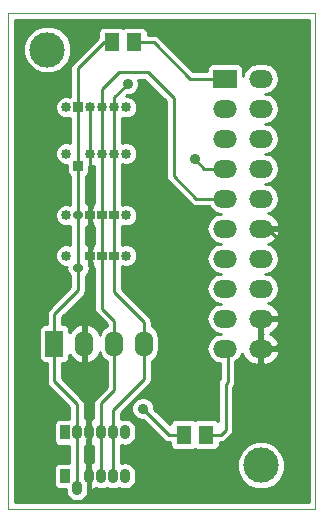
<source format=gtl>
G04 (created by PCBNEW (2013-07-07 BZR 4022)-stable) date 03/02/2014 00:35:57*
%MOIN*%
G04 Gerber Fmt 3.4, Leading zero omitted, Abs format*
%FSLAX34Y34*%
G01*
G70*
G90*
G04 APERTURE LIST*
%ADD10C,0.00590551*%
%ADD11C,0.00393701*%
%ADD12R,0.0334646X0.03*%
%ADD13O,0.0354X0.03*%
%ADD14C,0.0334646*%
%ADD15R,0.0787X0.06*%
%ADD16O,0.0787X0.06*%
%ADD17R,0.0512X0.059*%
%ADD18R,0.06X0.0866*%
%ADD19O,0.06X0.0866*%
%ADD20R,0.0334646X0.0334646*%
%ADD21R,0.0346457X0.0472441*%
%ADD22O,0.0346457X0.0472441*%
%ADD23C,0.1181*%
%ADD24C,0.035*%
%ADD25C,0.01*%
G04 APERTURE END LIST*
G54D10*
G54D11*
X10236Y-16535D02*
X10236Y-13779D01*
X0Y-16535D02*
X10236Y-16535D01*
X0Y-13779D02*
X0Y-16535D01*
X0Y0D02*
X10236Y0D01*
X0Y-13779D02*
X0Y0D01*
X10236Y0D02*
X10236Y-13779D01*
G54D12*
X2728Y-6742D03*
X3128Y-6742D03*
G54D13*
X2328Y-6742D03*
G54D12*
X3528Y-6742D03*
G54D14*
X1928Y-6742D03*
X3928Y-6742D03*
G54D15*
X7219Y-2187D03*
G54D16*
X8413Y-2187D03*
X7219Y-3187D03*
X8413Y-3187D03*
X7219Y-4187D03*
X8413Y-4187D03*
X7219Y-5187D03*
X8413Y-5187D03*
X7219Y-6187D03*
X8413Y-6187D03*
X7219Y-7187D03*
X8413Y-7187D03*
X7219Y-8187D03*
X8413Y-8187D03*
X7219Y-9187D03*
X8413Y-9187D03*
X7219Y-10187D03*
X8413Y-10187D03*
X7219Y-11187D03*
X8413Y-11187D03*
G54D17*
X6595Y-14055D03*
X5845Y-14055D03*
G54D18*
X1531Y-11023D03*
G54D19*
X2531Y-11023D03*
X3531Y-11023D03*
X4531Y-11023D03*
G54D14*
X2728Y-4692D03*
X3128Y-4692D03*
G54D20*
X2328Y-5092D03*
G54D14*
X3528Y-4692D03*
X1928Y-4692D03*
X3928Y-4692D03*
X2728Y-3142D03*
X3128Y-3142D03*
G54D20*
X2328Y-3142D03*
G54D14*
X3528Y-3142D03*
X1928Y-3142D03*
X3928Y-3142D03*
G54D21*
X1889Y-15433D03*
G54D22*
X2289Y-15833D03*
X2689Y-15433D03*
X3089Y-15433D03*
X3489Y-15433D03*
X3889Y-15433D03*
G54D21*
X1889Y-13976D03*
G54D22*
X2289Y-13976D03*
X2689Y-13976D03*
X3089Y-13976D03*
X3489Y-13976D03*
X3889Y-13976D03*
G54D12*
X2728Y-8092D03*
X3128Y-8092D03*
G54D13*
X2328Y-8492D03*
G54D12*
X3528Y-8092D03*
G54D14*
X1928Y-8092D03*
X3928Y-8092D03*
G54D23*
X8425Y-15078D03*
X1299Y-1220D03*
G54D17*
X4193Y-984D03*
X3443Y-984D03*
G54D24*
X3976Y-2362D03*
X6220Y-4881D03*
X4488Y-13188D03*
G54D25*
X7316Y-11187D02*
X7316Y-12290D01*
X7086Y-14055D02*
X6595Y-14055D01*
X7244Y-13897D02*
X7086Y-14055D01*
X7244Y-12362D02*
X7244Y-13897D01*
X7316Y-12290D02*
X7244Y-12362D01*
X3128Y-3142D02*
X3128Y-2540D01*
X6266Y-6187D02*
X7316Y-6187D01*
X5511Y-5433D02*
X6266Y-6187D01*
X5511Y-2834D02*
X5511Y-5433D01*
X4645Y-1968D02*
X5511Y-2834D01*
X3700Y-1968D02*
X4645Y-1968D01*
X3128Y-2540D02*
X3700Y-1968D01*
X3089Y-13976D02*
X3089Y-15433D01*
X3531Y-11023D02*
X3531Y-12570D01*
X3089Y-13012D02*
X3089Y-13976D01*
X3531Y-12570D02*
X3089Y-13012D01*
X3128Y-8092D02*
X3128Y-9861D01*
X3531Y-10263D02*
X3531Y-11023D01*
X3128Y-9861D02*
X3531Y-10263D01*
X3128Y-6742D02*
X3128Y-8092D01*
X3128Y-4692D02*
X3128Y-6742D01*
X3128Y-3142D02*
X3128Y-4692D01*
X7316Y-5187D02*
X6526Y-5187D01*
X3528Y-2809D02*
X3528Y-3142D01*
X3976Y-2362D02*
X3528Y-2809D01*
X6526Y-5187D02*
X6220Y-4881D01*
X3528Y-4692D02*
X3528Y-3142D01*
X3528Y-6742D02*
X3528Y-4692D01*
X3528Y-8092D02*
X3528Y-6742D01*
X4531Y-11023D02*
X4531Y-10318D01*
X3528Y-9316D02*
X3528Y-8092D01*
X4531Y-10318D02*
X3528Y-9316D01*
X3489Y-13976D02*
X3489Y-13242D01*
X4531Y-12200D02*
X4531Y-11023D01*
X3489Y-13242D02*
X4531Y-12200D01*
X3489Y-15433D02*
X3489Y-13976D01*
X7316Y-2187D02*
X6046Y-2187D01*
X4842Y-984D02*
X4193Y-984D01*
X6046Y-2187D02*
X4842Y-984D01*
X9330Y-9842D02*
X9330Y-10708D01*
X8851Y-11187D02*
X8316Y-11187D01*
X9330Y-10708D02*
X8851Y-11187D01*
X8316Y-7187D02*
X8644Y-7187D01*
X8644Y-7187D02*
X9330Y-7874D01*
X9330Y-7874D02*
X9330Y-9842D01*
X8985Y-10187D02*
X8316Y-10187D01*
X9330Y-9842D02*
X8985Y-10187D01*
X2728Y-4692D02*
X2728Y-3142D01*
X2728Y-6742D02*
X2728Y-4692D01*
X2728Y-8092D02*
X2728Y-6742D01*
X2531Y-11023D02*
X2531Y-9673D01*
X2728Y-9475D02*
X2728Y-8092D01*
X2531Y-9673D02*
X2728Y-9475D01*
X2689Y-13976D02*
X2689Y-11862D01*
X2531Y-11704D02*
X2531Y-11023D01*
X2689Y-11862D02*
X2531Y-11704D01*
X2689Y-15433D02*
X2689Y-13976D01*
X3443Y-984D02*
X3188Y-984D01*
X2328Y-1844D02*
X2328Y-3142D01*
X3188Y-984D02*
X2328Y-1844D01*
X5845Y-14055D02*
X5354Y-14055D01*
X5354Y-14055D02*
X4488Y-13188D01*
X2289Y-13976D02*
X2289Y-15833D01*
X1531Y-11023D02*
X1531Y-12279D01*
X2289Y-13037D02*
X2289Y-13976D01*
X1531Y-12279D02*
X2289Y-13037D01*
X2328Y-8492D02*
X2328Y-9246D01*
X1531Y-10043D02*
X1531Y-11023D01*
X2328Y-9246D02*
X1531Y-10043D01*
X2328Y-6742D02*
X2328Y-8492D01*
X2328Y-5092D02*
X2328Y-6742D01*
X2328Y-3142D02*
X2328Y-5092D01*
G54D10*
G36*
X2753Y-3085D02*
X2753Y-3199D01*
X2734Y-3218D01*
X2728Y-3213D01*
X2723Y-3218D01*
X2703Y-3199D01*
X2703Y-3085D01*
X2723Y-3066D01*
X2728Y-3071D01*
X2734Y-3066D01*
X2753Y-3085D01*
X2753Y-3085D01*
G37*
G54D25*
X2753Y-3085D02*
X2753Y-3199D01*
X2734Y-3218D01*
X2728Y-3213D01*
X2723Y-3218D01*
X2703Y-3199D01*
X2703Y-3085D01*
X2723Y-3066D01*
X2728Y-3071D01*
X2734Y-3066D01*
X2753Y-3085D01*
G54D10*
G36*
X2753Y-4635D02*
X2753Y-4749D01*
X2734Y-4768D01*
X2728Y-4763D01*
X2723Y-4768D01*
X2652Y-4698D01*
X2658Y-4692D01*
X2652Y-4686D01*
X2723Y-4616D01*
X2728Y-4621D01*
X2734Y-4616D01*
X2753Y-4635D01*
X2753Y-4635D01*
G37*
G54D25*
X2753Y-4635D02*
X2753Y-4749D01*
X2734Y-4768D01*
X2728Y-4763D01*
X2723Y-4768D01*
X2652Y-4698D01*
X2658Y-4692D01*
X2652Y-4686D01*
X2723Y-4616D01*
X2728Y-4621D01*
X2734Y-4616D01*
X2753Y-4635D01*
G54D10*
G36*
X10009Y-16308D02*
X9223Y-16308D01*
X9223Y-14920D01*
X9102Y-14627D01*
X9039Y-14564D01*
X9039Y-11322D01*
X9039Y-11052D01*
X9033Y-11016D01*
X8927Y-10828D01*
X8757Y-10694D01*
X8734Y-10687D01*
X8757Y-10681D01*
X8927Y-10547D01*
X9033Y-10358D01*
X9039Y-10322D01*
X9039Y-10052D01*
X9033Y-10016D01*
X8927Y-9828D01*
X8757Y-9694D01*
X8660Y-9666D01*
X8712Y-9656D01*
X8877Y-9546D01*
X8987Y-9381D01*
X9025Y-9187D01*
X8987Y-8993D01*
X8877Y-8828D01*
X8712Y-8718D01*
X8556Y-8687D01*
X8712Y-8656D01*
X8877Y-8546D01*
X8987Y-8381D01*
X9025Y-8187D01*
X8987Y-7993D01*
X8877Y-7828D01*
X8712Y-7718D01*
X8660Y-7708D01*
X8757Y-7681D01*
X8927Y-7547D01*
X9033Y-7358D01*
X9039Y-7322D01*
X8991Y-7237D01*
X8463Y-7237D01*
X8463Y-7245D01*
X8363Y-7245D01*
X8363Y-7237D01*
X8355Y-7237D01*
X8355Y-7137D01*
X8363Y-7137D01*
X8363Y-7129D01*
X8463Y-7129D01*
X8463Y-7137D01*
X8991Y-7137D01*
X9039Y-7052D01*
X9033Y-7016D01*
X8927Y-6828D01*
X8757Y-6694D01*
X8660Y-6666D01*
X8712Y-6656D01*
X8877Y-6546D01*
X8987Y-6381D01*
X9025Y-6187D01*
X8987Y-5993D01*
X8877Y-5828D01*
X8712Y-5718D01*
X8556Y-5687D01*
X8712Y-5656D01*
X8877Y-5546D01*
X8987Y-5381D01*
X9025Y-5187D01*
X8987Y-4993D01*
X8877Y-4828D01*
X8712Y-4718D01*
X8556Y-4687D01*
X8712Y-4656D01*
X8877Y-4546D01*
X8987Y-4381D01*
X9025Y-4187D01*
X8987Y-3993D01*
X8877Y-3828D01*
X8712Y-3718D01*
X8556Y-3687D01*
X8712Y-3656D01*
X8877Y-3546D01*
X8987Y-3381D01*
X9025Y-3187D01*
X8987Y-2993D01*
X8877Y-2828D01*
X8712Y-2718D01*
X8556Y-2687D01*
X8712Y-2656D01*
X8877Y-2546D01*
X8987Y-2381D01*
X9025Y-2187D01*
X8987Y-1993D01*
X8877Y-1828D01*
X8712Y-1718D01*
X8518Y-1680D01*
X8307Y-1680D01*
X8113Y-1718D01*
X7949Y-1828D01*
X7839Y-1993D01*
X7820Y-2088D01*
X7820Y-1846D01*
X7788Y-1770D01*
X7730Y-1712D01*
X7654Y-1680D01*
X7571Y-1680D01*
X6784Y-1680D01*
X6708Y-1711D01*
X6649Y-1770D01*
X6618Y-1846D01*
X6618Y-1928D01*
X6618Y-1930D01*
X6152Y-1930D01*
X5024Y-802D01*
X4941Y-746D01*
X4842Y-726D01*
X4657Y-726D01*
X4657Y-648D01*
X4625Y-571D01*
X4567Y-513D01*
X4491Y-481D01*
X4408Y-481D01*
X3896Y-481D01*
X3820Y-513D01*
X3818Y-514D01*
X3817Y-513D01*
X3741Y-481D01*
X3658Y-481D01*
X3146Y-481D01*
X3070Y-513D01*
X3012Y-571D01*
X2980Y-647D01*
X2980Y-730D01*
X2980Y-828D01*
X2146Y-1662D01*
X2097Y-1736D01*
X2097Y-1062D01*
X1976Y-769D01*
X1751Y-544D01*
X1458Y-422D01*
X1141Y-422D01*
X847Y-543D01*
X623Y-767D01*
X501Y-1061D01*
X501Y-1378D01*
X622Y-1671D01*
X846Y-1896D01*
X1139Y-2018D01*
X1457Y-2018D01*
X1750Y-1897D01*
X1975Y-1673D01*
X2097Y-1379D01*
X2097Y-1062D01*
X2097Y-1736D01*
X2090Y-1745D01*
X2071Y-1844D01*
X2071Y-2787D01*
X2061Y-2791D01*
X2003Y-2767D01*
X1854Y-2767D01*
X1716Y-2824D01*
X1611Y-2929D01*
X1554Y-3067D01*
X1553Y-3216D01*
X1610Y-3354D01*
X1716Y-3460D01*
X1853Y-3517D01*
X2002Y-3517D01*
X2061Y-3493D01*
X2071Y-3497D01*
X2071Y-4345D01*
X2003Y-4317D01*
X1854Y-4317D01*
X1716Y-4374D01*
X1611Y-4479D01*
X1554Y-4617D01*
X1553Y-4766D01*
X1610Y-4904D01*
X1716Y-5010D01*
X1853Y-5067D01*
X1953Y-5067D01*
X1953Y-5300D01*
X1985Y-5377D01*
X2043Y-5435D01*
X2071Y-5447D01*
X2071Y-6395D01*
X2003Y-6367D01*
X1854Y-6367D01*
X1716Y-6424D01*
X1611Y-6529D01*
X1554Y-6667D01*
X1553Y-6816D01*
X1610Y-6954D01*
X1716Y-7060D01*
X1853Y-7117D01*
X2002Y-7117D01*
X2071Y-7089D01*
X2071Y-7745D01*
X2003Y-7717D01*
X1854Y-7717D01*
X1716Y-7774D01*
X1611Y-7879D01*
X1554Y-8017D01*
X1553Y-8166D01*
X1610Y-8304D01*
X1716Y-8410D01*
X1853Y-8467D01*
X1941Y-8467D01*
X1936Y-8492D01*
X1963Y-8629D01*
X2041Y-8745D01*
X2071Y-8765D01*
X2071Y-9139D01*
X1349Y-9861D01*
X1293Y-9944D01*
X1274Y-10043D01*
X1274Y-10383D01*
X1190Y-10383D01*
X1114Y-10414D01*
X1055Y-10472D01*
X1024Y-10549D01*
X1023Y-10631D01*
X1023Y-11497D01*
X1055Y-11573D01*
X1113Y-11632D01*
X1190Y-11664D01*
X1272Y-11664D01*
X1274Y-11664D01*
X1274Y-12279D01*
X1293Y-12378D01*
X1349Y-12461D01*
X2032Y-13144D01*
X2032Y-13532D01*
X2021Y-13532D01*
X1675Y-13532D01*
X1599Y-13564D01*
X1540Y-13622D01*
X1509Y-13698D01*
X1509Y-13781D01*
X1509Y-14253D01*
X1540Y-14329D01*
X1598Y-14388D01*
X1675Y-14420D01*
X1757Y-14420D01*
X2032Y-14420D01*
X2032Y-14989D01*
X2021Y-14989D01*
X1675Y-14989D01*
X1599Y-15020D01*
X1540Y-15079D01*
X1509Y-15155D01*
X1509Y-15237D01*
X1509Y-15710D01*
X1540Y-15786D01*
X1598Y-15845D01*
X1675Y-15876D01*
X1757Y-15876D01*
X1909Y-15876D01*
X1909Y-15904D01*
X1938Y-16050D01*
X2020Y-16173D01*
X2144Y-16256D01*
X2289Y-16285D01*
X2435Y-16256D01*
X2558Y-16173D01*
X2641Y-16050D01*
X2670Y-15904D01*
X2670Y-15761D01*
X2641Y-15615D01*
X2639Y-15613D01*
X2639Y-15483D01*
X2631Y-15483D01*
X2631Y-15383D01*
X2639Y-15383D01*
X2639Y-15012D01*
X2574Y-14962D01*
X2547Y-14976D01*
X2547Y-14433D01*
X2574Y-14446D01*
X2639Y-14396D01*
X2639Y-14196D01*
X2641Y-14193D01*
X2670Y-14048D01*
X2670Y-13904D01*
X2641Y-13759D01*
X2639Y-13756D01*
X2639Y-13556D01*
X2574Y-13506D01*
X2547Y-13519D01*
X2547Y-13037D01*
X2527Y-12939D01*
X2471Y-12855D01*
X1788Y-12172D01*
X1788Y-11664D01*
X1872Y-11664D01*
X1948Y-11632D01*
X2007Y-11574D01*
X2038Y-11498D01*
X2039Y-11415D01*
X2039Y-11401D01*
X2042Y-11413D01*
X2177Y-11580D01*
X2367Y-11683D01*
X2396Y-11689D01*
X2481Y-11641D01*
X2481Y-11073D01*
X2473Y-11073D01*
X2473Y-10973D01*
X2481Y-10973D01*
X2481Y-10405D01*
X2396Y-10357D01*
X2367Y-10363D01*
X2177Y-10466D01*
X2042Y-10633D01*
X2039Y-10645D01*
X2039Y-10549D01*
X2007Y-10473D01*
X1949Y-10414D01*
X1872Y-10383D01*
X1790Y-10383D01*
X1788Y-10383D01*
X1788Y-10149D01*
X2510Y-9428D01*
X2566Y-9344D01*
X2586Y-9246D01*
X2586Y-8765D01*
X2616Y-8745D01*
X2693Y-8629D01*
X2720Y-8492D01*
X2693Y-8355D01*
X2678Y-8333D01*
X2678Y-8142D01*
X2670Y-8142D01*
X2670Y-8042D01*
X2678Y-8042D01*
X2678Y-7755D01*
X2616Y-7692D01*
X2586Y-7692D01*
X2586Y-7142D01*
X2616Y-7142D01*
X2678Y-7080D01*
X2678Y-6901D01*
X2693Y-6879D01*
X2720Y-6742D01*
X2693Y-6605D01*
X2678Y-6583D01*
X2678Y-6405D01*
X2616Y-6342D01*
X2586Y-6342D01*
X2586Y-5447D01*
X2613Y-5435D01*
X2671Y-5377D01*
X2703Y-5301D01*
X2703Y-5218D01*
X2703Y-5113D01*
X2844Y-5102D01*
X2871Y-5090D01*
X2871Y-6342D01*
X2841Y-6342D01*
X2778Y-6405D01*
X2778Y-6491D01*
X2753Y-6551D01*
X2753Y-6633D01*
X2753Y-6933D01*
X2778Y-6993D01*
X2778Y-7080D01*
X2841Y-7142D01*
X2871Y-7142D01*
X2871Y-7692D01*
X2841Y-7692D01*
X2778Y-7755D01*
X2778Y-7841D01*
X2753Y-7901D01*
X2753Y-7983D01*
X2753Y-8283D01*
X2778Y-8343D01*
X2778Y-8430D01*
X2841Y-8492D01*
X2871Y-8492D01*
X2871Y-9861D01*
X2890Y-9959D01*
X2946Y-10043D01*
X3274Y-10370D01*
X3274Y-10451D01*
X3172Y-10519D01*
X3062Y-10683D01*
X3051Y-10739D01*
X3020Y-10633D01*
X2885Y-10466D01*
X2695Y-10363D01*
X2666Y-10357D01*
X2581Y-10405D01*
X2581Y-10973D01*
X2589Y-10973D01*
X2589Y-11073D01*
X2581Y-11073D01*
X2581Y-11641D01*
X2666Y-11689D01*
X2695Y-11683D01*
X2885Y-11580D01*
X3020Y-11413D01*
X3051Y-11307D01*
X3062Y-11363D01*
X3172Y-11528D01*
X3274Y-11595D01*
X3274Y-12464D01*
X2907Y-12830D01*
X2851Y-12914D01*
X2832Y-13012D01*
X2832Y-13519D01*
X2804Y-13506D01*
X2739Y-13556D01*
X2739Y-13756D01*
X2738Y-13759D01*
X2709Y-13904D01*
X2709Y-14048D01*
X2738Y-14193D01*
X2739Y-14196D01*
X2739Y-14396D01*
X2804Y-14446D01*
X2832Y-14433D01*
X2832Y-14976D01*
X2804Y-14962D01*
X2739Y-15012D01*
X2739Y-15213D01*
X2738Y-15215D01*
X2709Y-15361D01*
X2709Y-15504D01*
X2738Y-15650D01*
X2739Y-15653D01*
X2739Y-15853D01*
X2804Y-15903D01*
X2924Y-15843D01*
X2944Y-15856D01*
X3089Y-15885D01*
X3235Y-15856D01*
X3289Y-15820D01*
X3344Y-15856D01*
X3489Y-15885D01*
X3635Y-15856D01*
X3689Y-15820D01*
X3744Y-15856D01*
X3889Y-15885D01*
X4035Y-15856D01*
X4158Y-15773D01*
X4241Y-15650D01*
X4270Y-15504D01*
X4270Y-15361D01*
X4241Y-15215D01*
X4158Y-15092D01*
X4035Y-15009D01*
X3889Y-14980D01*
X3747Y-15009D01*
X3747Y-14400D01*
X3889Y-14428D01*
X4035Y-14399D01*
X4158Y-14317D01*
X4241Y-14193D01*
X4270Y-14048D01*
X4270Y-13904D01*
X4241Y-13759D01*
X4158Y-13635D01*
X4035Y-13552D01*
X3889Y-13523D01*
X3747Y-13552D01*
X3747Y-13349D01*
X4713Y-12382D01*
X4769Y-12299D01*
X4788Y-12200D01*
X4788Y-11595D01*
X4890Y-11528D01*
X5000Y-11363D01*
X5038Y-11169D01*
X5038Y-10878D01*
X5000Y-10683D01*
X4890Y-10519D01*
X4788Y-10451D01*
X4788Y-10318D01*
X4788Y-10318D01*
X4788Y-10318D01*
X4785Y-10302D01*
X4769Y-10220D01*
X4713Y-10136D01*
X4713Y-10136D01*
X3786Y-9209D01*
X3786Y-8439D01*
X3853Y-8467D01*
X4002Y-8467D01*
X4140Y-8410D01*
X4246Y-8305D01*
X4303Y-8167D01*
X4303Y-8018D01*
X4246Y-7880D01*
X4141Y-7774D01*
X4003Y-7717D01*
X3854Y-7717D01*
X3786Y-7745D01*
X3786Y-7089D01*
X3853Y-7117D01*
X4002Y-7117D01*
X4140Y-7060D01*
X4246Y-6955D01*
X4303Y-6817D01*
X4303Y-6668D01*
X4246Y-6530D01*
X4141Y-6424D01*
X4003Y-6367D01*
X3854Y-6367D01*
X3786Y-6395D01*
X3786Y-5039D01*
X3853Y-5067D01*
X4002Y-5067D01*
X4140Y-5010D01*
X4246Y-4905D01*
X4303Y-4767D01*
X4303Y-4618D01*
X4246Y-4480D01*
X4141Y-4374D01*
X4003Y-4317D01*
X3854Y-4317D01*
X3786Y-4345D01*
X3786Y-3489D01*
X3853Y-3517D01*
X4002Y-3517D01*
X4140Y-3460D01*
X4246Y-3355D01*
X4303Y-3217D01*
X4303Y-3068D01*
X4246Y-2930D01*
X4141Y-2824D01*
X4003Y-2767D01*
X3934Y-2767D01*
X3958Y-2744D01*
X4052Y-2744D01*
X4192Y-2686D01*
X4300Y-2579D01*
X4358Y-2438D01*
X4358Y-2286D01*
X4333Y-2225D01*
X4539Y-2225D01*
X5254Y-2941D01*
X5254Y-5433D01*
X5273Y-5531D01*
X5329Y-5615D01*
X6084Y-6369D01*
X6168Y-6425D01*
X6266Y-6445D01*
X6687Y-6445D01*
X6755Y-6546D01*
X6919Y-6656D01*
X7076Y-6687D01*
X6919Y-6718D01*
X6755Y-6828D01*
X6645Y-6993D01*
X6606Y-7187D01*
X6645Y-7381D01*
X6755Y-7546D01*
X6919Y-7656D01*
X7076Y-7687D01*
X6919Y-7718D01*
X6755Y-7828D01*
X6645Y-7993D01*
X6606Y-8187D01*
X6645Y-8381D01*
X6755Y-8546D01*
X6919Y-8656D01*
X7076Y-8687D01*
X6919Y-8718D01*
X6755Y-8828D01*
X6645Y-8993D01*
X6606Y-9187D01*
X6645Y-9381D01*
X6755Y-9546D01*
X6919Y-9656D01*
X7076Y-9687D01*
X6919Y-9718D01*
X6755Y-9828D01*
X6645Y-9993D01*
X6606Y-10187D01*
X6645Y-10381D01*
X6755Y-10546D01*
X6919Y-10656D01*
X7076Y-10687D01*
X6919Y-10718D01*
X6755Y-10828D01*
X6645Y-10993D01*
X6606Y-11187D01*
X6645Y-11381D01*
X6755Y-11546D01*
X6919Y-11656D01*
X7058Y-11684D01*
X7058Y-12185D01*
X7006Y-12263D01*
X6986Y-12362D01*
X6986Y-13601D01*
X6969Y-13584D01*
X6892Y-13552D01*
X6810Y-13552D01*
X6298Y-13552D01*
X6222Y-13584D01*
X6220Y-13585D01*
X6219Y-13584D01*
X6142Y-13552D01*
X6060Y-13552D01*
X5548Y-13552D01*
X5472Y-13584D01*
X5413Y-13642D01*
X5382Y-13718D01*
X5382Y-13718D01*
X4870Y-13207D01*
X4870Y-13113D01*
X4812Y-12972D01*
X4705Y-12864D01*
X4564Y-12806D01*
X4412Y-12806D01*
X4271Y-12864D01*
X4164Y-12972D01*
X4105Y-13112D01*
X4105Y-13264D01*
X4163Y-13405D01*
X4271Y-13513D01*
X4411Y-13571D01*
X4506Y-13571D01*
X5172Y-14237D01*
X5172Y-14237D01*
X5255Y-14292D01*
X5337Y-14309D01*
X5354Y-14312D01*
X5354Y-14312D01*
X5354Y-14312D01*
X5381Y-14312D01*
X5381Y-14391D01*
X5413Y-14467D01*
X5471Y-14525D01*
X5548Y-14557D01*
X5630Y-14557D01*
X6142Y-14557D01*
X6218Y-14526D01*
X6220Y-14524D01*
X6221Y-14525D01*
X6298Y-14557D01*
X6380Y-14557D01*
X6892Y-14557D01*
X6968Y-14526D01*
X7027Y-14467D01*
X7058Y-14391D01*
X7058Y-14312D01*
X7086Y-14312D01*
X7185Y-14292D01*
X7268Y-14237D01*
X7426Y-14079D01*
X7481Y-13996D01*
X7501Y-13897D01*
X7501Y-12467D01*
X7554Y-12388D01*
X7573Y-12290D01*
X7573Y-11619D01*
X7683Y-11546D01*
X7793Y-11381D01*
X7796Y-11365D01*
X7898Y-11547D01*
X8068Y-11681D01*
X8276Y-11739D01*
X8363Y-11677D01*
X8363Y-11237D01*
X8355Y-11237D01*
X8355Y-11137D01*
X8363Y-11137D01*
X8363Y-10698D01*
X8348Y-10687D01*
X8363Y-10677D01*
X8363Y-10237D01*
X8355Y-10237D01*
X8355Y-10137D01*
X8363Y-10137D01*
X8363Y-10129D01*
X8463Y-10129D01*
X8463Y-10137D01*
X8991Y-10137D01*
X9039Y-10052D01*
X9039Y-10322D01*
X8991Y-10237D01*
X8463Y-10237D01*
X8463Y-10677D01*
X8477Y-10687D01*
X8463Y-10698D01*
X8463Y-11137D01*
X8991Y-11137D01*
X9039Y-11052D01*
X9039Y-11322D01*
X8991Y-11237D01*
X8463Y-11237D01*
X8463Y-11677D01*
X8550Y-11739D01*
X8757Y-11681D01*
X8927Y-11547D01*
X9033Y-11358D01*
X9039Y-11322D01*
X9039Y-14564D01*
X8877Y-14402D01*
X8584Y-14280D01*
X8267Y-14280D01*
X7973Y-14401D01*
X7749Y-14626D01*
X7627Y-14919D01*
X7627Y-15236D01*
X7748Y-15530D01*
X7972Y-15754D01*
X8265Y-15876D01*
X8583Y-15876D01*
X8876Y-15755D01*
X9101Y-15531D01*
X9223Y-15238D01*
X9223Y-14920D01*
X9223Y-16308D01*
X227Y-16308D01*
X227Y-13779D01*
X227Y-227D01*
X10009Y-227D01*
X10009Y-13779D01*
X10009Y-16308D01*
X10009Y-16308D01*
G37*
G54D25*
X10009Y-16308D02*
X9223Y-16308D01*
X9223Y-14920D01*
X9102Y-14627D01*
X9039Y-14564D01*
X9039Y-11322D01*
X9039Y-11052D01*
X9033Y-11016D01*
X8927Y-10828D01*
X8757Y-10694D01*
X8734Y-10687D01*
X8757Y-10681D01*
X8927Y-10547D01*
X9033Y-10358D01*
X9039Y-10322D01*
X9039Y-10052D01*
X9033Y-10016D01*
X8927Y-9828D01*
X8757Y-9694D01*
X8660Y-9666D01*
X8712Y-9656D01*
X8877Y-9546D01*
X8987Y-9381D01*
X9025Y-9187D01*
X8987Y-8993D01*
X8877Y-8828D01*
X8712Y-8718D01*
X8556Y-8687D01*
X8712Y-8656D01*
X8877Y-8546D01*
X8987Y-8381D01*
X9025Y-8187D01*
X8987Y-7993D01*
X8877Y-7828D01*
X8712Y-7718D01*
X8660Y-7708D01*
X8757Y-7681D01*
X8927Y-7547D01*
X9033Y-7358D01*
X9039Y-7322D01*
X8991Y-7237D01*
X8463Y-7237D01*
X8463Y-7245D01*
X8363Y-7245D01*
X8363Y-7237D01*
X8355Y-7237D01*
X8355Y-7137D01*
X8363Y-7137D01*
X8363Y-7129D01*
X8463Y-7129D01*
X8463Y-7137D01*
X8991Y-7137D01*
X9039Y-7052D01*
X9033Y-7016D01*
X8927Y-6828D01*
X8757Y-6694D01*
X8660Y-6666D01*
X8712Y-6656D01*
X8877Y-6546D01*
X8987Y-6381D01*
X9025Y-6187D01*
X8987Y-5993D01*
X8877Y-5828D01*
X8712Y-5718D01*
X8556Y-5687D01*
X8712Y-5656D01*
X8877Y-5546D01*
X8987Y-5381D01*
X9025Y-5187D01*
X8987Y-4993D01*
X8877Y-4828D01*
X8712Y-4718D01*
X8556Y-4687D01*
X8712Y-4656D01*
X8877Y-4546D01*
X8987Y-4381D01*
X9025Y-4187D01*
X8987Y-3993D01*
X8877Y-3828D01*
X8712Y-3718D01*
X8556Y-3687D01*
X8712Y-3656D01*
X8877Y-3546D01*
X8987Y-3381D01*
X9025Y-3187D01*
X8987Y-2993D01*
X8877Y-2828D01*
X8712Y-2718D01*
X8556Y-2687D01*
X8712Y-2656D01*
X8877Y-2546D01*
X8987Y-2381D01*
X9025Y-2187D01*
X8987Y-1993D01*
X8877Y-1828D01*
X8712Y-1718D01*
X8518Y-1680D01*
X8307Y-1680D01*
X8113Y-1718D01*
X7949Y-1828D01*
X7839Y-1993D01*
X7820Y-2088D01*
X7820Y-1846D01*
X7788Y-1770D01*
X7730Y-1712D01*
X7654Y-1680D01*
X7571Y-1680D01*
X6784Y-1680D01*
X6708Y-1711D01*
X6649Y-1770D01*
X6618Y-1846D01*
X6618Y-1928D01*
X6618Y-1930D01*
X6152Y-1930D01*
X5024Y-802D01*
X4941Y-746D01*
X4842Y-726D01*
X4657Y-726D01*
X4657Y-648D01*
X4625Y-571D01*
X4567Y-513D01*
X4491Y-481D01*
X4408Y-481D01*
X3896Y-481D01*
X3820Y-513D01*
X3818Y-514D01*
X3817Y-513D01*
X3741Y-481D01*
X3658Y-481D01*
X3146Y-481D01*
X3070Y-513D01*
X3012Y-571D01*
X2980Y-647D01*
X2980Y-730D01*
X2980Y-828D01*
X2146Y-1662D01*
X2097Y-1736D01*
X2097Y-1062D01*
X1976Y-769D01*
X1751Y-544D01*
X1458Y-422D01*
X1141Y-422D01*
X847Y-543D01*
X623Y-767D01*
X501Y-1061D01*
X501Y-1378D01*
X622Y-1671D01*
X846Y-1896D01*
X1139Y-2018D01*
X1457Y-2018D01*
X1750Y-1897D01*
X1975Y-1673D01*
X2097Y-1379D01*
X2097Y-1062D01*
X2097Y-1736D01*
X2090Y-1745D01*
X2071Y-1844D01*
X2071Y-2787D01*
X2061Y-2791D01*
X2003Y-2767D01*
X1854Y-2767D01*
X1716Y-2824D01*
X1611Y-2929D01*
X1554Y-3067D01*
X1553Y-3216D01*
X1610Y-3354D01*
X1716Y-3460D01*
X1853Y-3517D01*
X2002Y-3517D01*
X2061Y-3493D01*
X2071Y-3497D01*
X2071Y-4345D01*
X2003Y-4317D01*
X1854Y-4317D01*
X1716Y-4374D01*
X1611Y-4479D01*
X1554Y-4617D01*
X1553Y-4766D01*
X1610Y-4904D01*
X1716Y-5010D01*
X1853Y-5067D01*
X1953Y-5067D01*
X1953Y-5300D01*
X1985Y-5377D01*
X2043Y-5435D01*
X2071Y-5447D01*
X2071Y-6395D01*
X2003Y-6367D01*
X1854Y-6367D01*
X1716Y-6424D01*
X1611Y-6529D01*
X1554Y-6667D01*
X1553Y-6816D01*
X1610Y-6954D01*
X1716Y-7060D01*
X1853Y-7117D01*
X2002Y-7117D01*
X2071Y-7089D01*
X2071Y-7745D01*
X2003Y-7717D01*
X1854Y-7717D01*
X1716Y-7774D01*
X1611Y-7879D01*
X1554Y-8017D01*
X1553Y-8166D01*
X1610Y-8304D01*
X1716Y-8410D01*
X1853Y-8467D01*
X1941Y-8467D01*
X1936Y-8492D01*
X1963Y-8629D01*
X2041Y-8745D01*
X2071Y-8765D01*
X2071Y-9139D01*
X1349Y-9861D01*
X1293Y-9944D01*
X1274Y-10043D01*
X1274Y-10383D01*
X1190Y-10383D01*
X1114Y-10414D01*
X1055Y-10472D01*
X1024Y-10549D01*
X1023Y-10631D01*
X1023Y-11497D01*
X1055Y-11573D01*
X1113Y-11632D01*
X1190Y-11664D01*
X1272Y-11664D01*
X1274Y-11664D01*
X1274Y-12279D01*
X1293Y-12378D01*
X1349Y-12461D01*
X2032Y-13144D01*
X2032Y-13532D01*
X2021Y-13532D01*
X1675Y-13532D01*
X1599Y-13564D01*
X1540Y-13622D01*
X1509Y-13698D01*
X1509Y-13781D01*
X1509Y-14253D01*
X1540Y-14329D01*
X1598Y-14388D01*
X1675Y-14420D01*
X1757Y-14420D01*
X2032Y-14420D01*
X2032Y-14989D01*
X2021Y-14989D01*
X1675Y-14989D01*
X1599Y-15020D01*
X1540Y-15079D01*
X1509Y-15155D01*
X1509Y-15237D01*
X1509Y-15710D01*
X1540Y-15786D01*
X1598Y-15845D01*
X1675Y-15876D01*
X1757Y-15876D01*
X1909Y-15876D01*
X1909Y-15904D01*
X1938Y-16050D01*
X2020Y-16173D01*
X2144Y-16256D01*
X2289Y-16285D01*
X2435Y-16256D01*
X2558Y-16173D01*
X2641Y-16050D01*
X2670Y-15904D01*
X2670Y-15761D01*
X2641Y-15615D01*
X2639Y-15613D01*
X2639Y-15483D01*
X2631Y-15483D01*
X2631Y-15383D01*
X2639Y-15383D01*
X2639Y-15012D01*
X2574Y-14962D01*
X2547Y-14976D01*
X2547Y-14433D01*
X2574Y-14446D01*
X2639Y-14396D01*
X2639Y-14196D01*
X2641Y-14193D01*
X2670Y-14048D01*
X2670Y-13904D01*
X2641Y-13759D01*
X2639Y-13756D01*
X2639Y-13556D01*
X2574Y-13506D01*
X2547Y-13519D01*
X2547Y-13037D01*
X2527Y-12939D01*
X2471Y-12855D01*
X1788Y-12172D01*
X1788Y-11664D01*
X1872Y-11664D01*
X1948Y-11632D01*
X2007Y-11574D01*
X2038Y-11498D01*
X2039Y-11415D01*
X2039Y-11401D01*
X2042Y-11413D01*
X2177Y-11580D01*
X2367Y-11683D01*
X2396Y-11689D01*
X2481Y-11641D01*
X2481Y-11073D01*
X2473Y-11073D01*
X2473Y-10973D01*
X2481Y-10973D01*
X2481Y-10405D01*
X2396Y-10357D01*
X2367Y-10363D01*
X2177Y-10466D01*
X2042Y-10633D01*
X2039Y-10645D01*
X2039Y-10549D01*
X2007Y-10473D01*
X1949Y-10414D01*
X1872Y-10383D01*
X1790Y-10383D01*
X1788Y-10383D01*
X1788Y-10149D01*
X2510Y-9428D01*
X2566Y-9344D01*
X2586Y-9246D01*
X2586Y-8765D01*
X2616Y-8745D01*
X2693Y-8629D01*
X2720Y-8492D01*
X2693Y-8355D01*
X2678Y-8333D01*
X2678Y-8142D01*
X2670Y-8142D01*
X2670Y-8042D01*
X2678Y-8042D01*
X2678Y-7755D01*
X2616Y-7692D01*
X2586Y-7692D01*
X2586Y-7142D01*
X2616Y-7142D01*
X2678Y-7080D01*
X2678Y-6901D01*
X2693Y-6879D01*
X2720Y-6742D01*
X2693Y-6605D01*
X2678Y-6583D01*
X2678Y-6405D01*
X2616Y-6342D01*
X2586Y-6342D01*
X2586Y-5447D01*
X2613Y-5435D01*
X2671Y-5377D01*
X2703Y-5301D01*
X2703Y-5218D01*
X2703Y-5113D01*
X2844Y-5102D01*
X2871Y-5090D01*
X2871Y-6342D01*
X2841Y-6342D01*
X2778Y-6405D01*
X2778Y-6491D01*
X2753Y-6551D01*
X2753Y-6633D01*
X2753Y-6933D01*
X2778Y-6993D01*
X2778Y-7080D01*
X2841Y-7142D01*
X2871Y-7142D01*
X2871Y-7692D01*
X2841Y-7692D01*
X2778Y-7755D01*
X2778Y-7841D01*
X2753Y-7901D01*
X2753Y-7983D01*
X2753Y-8283D01*
X2778Y-8343D01*
X2778Y-8430D01*
X2841Y-8492D01*
X2871Y-8492D01*
X2871Y-9861D01*
X2890Y-9959D01*
X2946Y-10043D01*
X3274Y-10370D01*
X3274Y-10451D01*
X3172Y-10519D01*
X3062Y-10683D01*
X3051Y-10739D01*
X3020Y-10633D01*
X2885Y-10466D01*
X2695Y-10363D01*
X2666Y-10357D01*
X2581Y-10405D01*
X2581Y-10973D01*
X2589Y-10973D01*
X2589Y-11073D01*
X2581Y-11073D01*
X2581Y-11641D01*
X2666Y-11689D01*
X2695Y-11683D01*
X2885Y-11580D01*
X3020Y-11413D01*
X3051Y-11307D01*
X3062Y-11363D01*
X3172Y-11528D01*
X3274Y-11595D01*
X3274Y-12464D01*
X2907Y-12830D01*
X2851Y-12914D01*
X2832Y-13012D01*
X2832Y-13519D01*
X2804Y-13506D01*
X2739Y-13556D01*
X2739Y-13756D01*
X2738Y-13759D01*
X2709Y-13904D01*
X2709Y-14048D01*
X2738Y-14193D01*
X2739Y-14196D01*
X2739Y-14396D01*
X2804Y-14446D01*
X2832Y-14433D01*
X2832Y-14976D01*
X2804Y-14962D01*
X2739Y-15012D01*
X2739Y-15213D01*
X2738Y-15215D01*
X2709Y-15361D01*
X2709Y-15504D01*
X2738Y-15650D01*
X2739Y-15653D01*
X2739Y-15853D01*
X2804Y-15903D01*
X2924Y-15843D01*
X2944Y-15856D01*
X3089Y-15885D01*
X3235Y-15856D01*
X3289Y-15820D01*
X3344Y-15856D01*
X3489Y-15885D01*
X3635Y-15856D01*
X3689Y-15820D01*
X3744Y-15856D01*
X3889Y-15885D01*
X4035Y-15856D01*
X4158Y-15773D01*
X4241Y-15650D01*
X4270Y-15504D01*
X4270Y-15361D01*
X4241Y-15215D01*
X4158Y-15092D01*
X4035Y-15009D01*
X3889Y-14980D01*
X3747Y-15009D01*
X3747Y-14400D01*
X3889Y-14428D01*
X4035Y-14399D01*
X4158Y-14317D01*
X4241Y-14193D01*
X4270Y-14048D01*
X4270Y-13904D01*
X4241Y-13759D01*
X4158Y-13635D01*
X4035Y-13552D01*
X3889Y-13523D01*
X3747Y-13552D01*
X3747Y-13349D01*
X4713Y-12382D01*
X4769Y-12299D01*
X4788Y-12200D01*
X4788Y-11595D01*
X4890Y-11528D01*
X5000Y-11363D01*
X5038Y-11169D01*
X5038Y-10878D01*
X5000Y-10683D01*
X4890Y-10519D01*
X4788Y-10451D01*
X4788Y-10318D01*
X4788Y-10318D01*
X4788Y-10318D01*
X4785Y-10302D01*
X4769Y-10220D01*
X4713Y-10136D01*
X4713Y-10136D01*
X3786Y-9209D01*
X3786Y-8439D01*
X3853Y-8467D01*
X4002Y-8467D01*
X4140Y-8410D01*
X4246Y-8305D01*
X4303Y-8167D01*
X4303Y-8018D01*
X4246Y-7880D01*
X4141Y-7774D01*
X4003Y-7717D01*
X3854Y-7717D01*
X3786Y-7745D01*
X3786Y-7089D01*
X3853Y-7117D01*
X4002Y-7117D01*
X4140Y-7060D01*
X4246Y-6955D01*
X4303Y-6817D01*
X4303Y-6668D01*
X4246Y-6530D01*
X4141Y-6424D01*
X4003Y-6367D01*
X3854Y-6367D01*
X3786Y-6395D01*
X3786Y-5039D01*
X3853Y-5067D01*
X4002Y-5067D01*
X4140Y-5010D01*
X4246Y-4905D01*
X4303Y-4767D01*
X4303Y-4618D01*
X4246Y-4480D01*
X4141Y-4374D01*
X4003Y-4317D01*
X3854Y-4317D01*
X3786Y-4345D01*
X3786Y-3489D01*
X3853Y-3517D01*
X4002Y-3517D01*
X4140Y-3460D01*
X4246Y-3355D01*
X4303Y-3217D01*
X4303Y-3068D01*
X4246Y-2930D01*
X4141Y-2824D01*
X4003Y-2767D01*
X3934Y-2767D01*
X3958Y-2744D01*
X4052Y-2744D01*
X4192Y-2686D01*
X4300Y-2579D01*
X4358Y-2438D01*
X4358Y-2286D01*
X4333Y-2225D01*
X4539Y-2225D01*
X5254Y-2941D01*
X5254Y-5433D01*
X5273Y-5531D01*
X5329Y-5615D01*
X6084Y-6369D01*
X6168Y-6425D01*
X6266Y-6445D01*
X6687Y-6445D01*
X6755Y-6546D01*
X6919Y-6656D01*
X7076Y-6687D01*
X6919Y-6718D01*
X6755Y-6828D01*
X6645Y-6993D01*
X6606Y-7187D01*
X6645Y-7381D01*
X6755Y-7546D01*
X6919Y-7656D01*
X7076Y-7687D01*
X6919Y-7718D01*
X6755Y-7828D01*
X6645Y-7993D01*
X6606Y-8187D01*
X6645Y-8381D01*
X6755Y-8546D01*
X6919Y-8656D01*
X7076Y-8687D01*
X6919Y-8718D01*
X6755Y-8828D01*
X6645Y-8993D01*
X6606Y-9187D01*
X6645Y-9381D01*
X6755Y-9546D01*
X6919Y-9656D01*
X7076Y-9687D01*
X6919Y-9718D01*
X6755Y-9828D01*
X6645Y-9993D01*
X6606Y-10187D01*
X6645Y-10381D01*
X6755Y-10546D01*
X6919Y-10656D01*
X7076Y-10687D01*
X6919Y-10718D01*
X6755Y-10828D01*
X6645Y-10993D01*
X6606Y-11187D01*
X6645Y-11381D01*
X6755Y-11546D01*
X6919Y-11656D01*
X7058Y-11684D01*
X7058Y-12185D01*
X7006Y-12263D01*
X6986Y-12362D01*
X6986Y-13601D01*
X6969Y-13584D01*
X6892Y-13552D01*
X6810Y-13552D01*
X6298Y-13552D01*
X6222Y-13584D01*
X6220Y-13585D01*
X6219Y-13584D01*
X6142Y-13552D01*
X6060Y-13552D01*
X5548Y-13552D01*
X5472Y-13584D01*
X5413Y-13642D01*
X5382Y-13718D01*
X5382Y-13718D01*
X4870Y-13207D01*
X4870Y-13113D01*
X4812Y-12972D01*
X4705Y-12864D01*
X4564Y-12806D01*
X4412Y-12806D01*
X4271Y-12864D01*
X4164Y-12972D01*
X4105Y-13112D01*
X4105Y-13264D01*
X4163Y-13405D01*
X4271Y-13513D01*
X4411Y-13571D01*
X4506Y-13571D01*
X5172Y-14237D01*
X5172Y-14237D01*
X5255Y-14292D01*
X5337Y-14309D01*
X5354Y-14312D01*
X5354Y-14312D01*
X5354Y-14312D01*
X5381Y-14312D01*
X5381Y-14391D01*
X5413Y-14467D01*
X5471Y-14525D01*
X5548Y-14557D01*
X5630Y-14557D01*
X6142Y-14557D01*
X6218Y-14526D01*
X6220Y-14524D01*
X6221Y-14525D01*
X6298Y-14557D01*
X6380Y-14557D01*
X6892Y-14557D01*
X6968Y-14526D01*
X7027Y-14467D01*
X7058Y-14391D01*
X7058Y-14312D01*
X7086Y-14312D01*
X7185Y-14292D01*
X7268Y-14237D01*
X7426Y-14079D01*
X7481Y-13996D01*
X7501Y-13897D01*
X7501Y-12467D01*
X7554Y-12388D01*
X7573Y-12290D01*
X7573Y-11619D01*
X7683Y-11546D01*
X7793Y-11381D01*
X7796Y-11365D01*
X7898Y-11547D01*
X8068Y-11681D01*
X8276Y-11739D01*
X8363Y-11677D01*
X8363Y-11237D01*
X8355Y-11237D01*
X8355Y-11137D01*
X8363Y-11137D01*
X8363Y-10698D01*
X8348Y-10687D01*
X8363Y-10677D01*
X8363Y-10237D01*
X8355Y-10237D01*
X8355Y-10137D01*
X8363Y-10137D01*
X8363Y-10129D01*
X8463Y-10129D01*
X8463Y-10137D01*
X8991Y-10137D01*
X9039Y-10052D01*
X9039Y-10322D01*
X8991Y-10237D01*
X8463Y-10237D01*
X8463Y-10677D01*
X8477Y-10687D01*
X8463Y-10698D01*
X8463Y-11137D01*
X8991Y-11137D01*
X9039Y-11052D01*
X9039Y-11322D01*
X8991Y-11237D01*
X8463Y-11237D01*
X8463Y-11677D01*
X8550Y-11739D01*
X8757Y-11681D01*
X8927Y-11547D01*
X9033Y-11358D01*
X9039Y-11322D01*
X9039Y-14564D01*
X8877Y-14402D01*
X8584Y-14280D01*
X8267Y-14280D01*
X7973Y-14401D01*
X7749Y-14626D01*
X7627Y-14919D01*
X7627Y-15236D01*
X7748Y-15530D01*
X7972Y-15754D01*
X8265Y-15876D01*
X8583Y-15876D01*
X8876Y-15755D01*
X9101Y-15531D01*
X9223Y-15238D01*
X9223Y-14920D01*
X9223Y-16308D01*
X227Y-16308D01*
X227Y-13779D01*
X227Y-227D01*
X10009Y-227D01*
X10009Y-13779D01*
X10009Y-16308D01*
M02*

</source>
